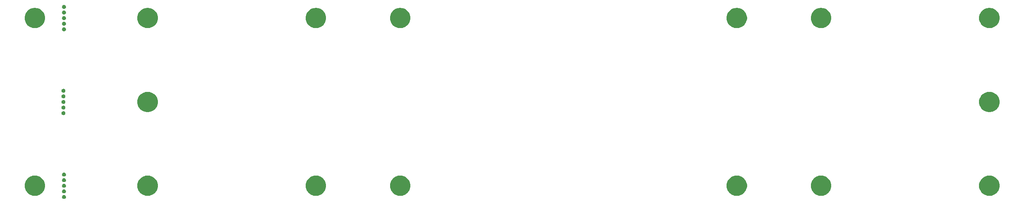
<source format=gbr>
G04 #@! TF.GenerationSoftware,KiCad,Pcbnew,(5.1.4-0)*
G04 #@! TF.CreationDate,2021-04-25T18:58:13-05:00*
G04 #@! TF.ProjectId,ori_top_plate,6f72695f-746f-4705-9f70-6c6174652e6b,rev?*
G04 #@! TF.SameCoordinates,Original*
G04 #@! TF.FileFunction,Soldermask,Bot*
G04 #@! TF.FilePolarity,Negative*
%FSLAX46Y46*%
G04 Gerber Fmt 4.6, Leading zero omitted, Abs format (unit mm)*
G04 Created by KiCad (PCBNEW (5.1.4-0)) date 2021-04-25 18:58:13*
%MOMM*%
%LPD*%
G04 APERTURE LIST*
%ADD10C,0.100000*%
G04 APERTURE END LIST*
D10*
G36*
X131355714Y-101292389D02*
G01*
X131436645Y-101325912D01*
X131509480Y-101374579D01*
X131571421Y-101436520D01*
X131620088Y-101509355D01*
X131653611Y-101590286D01*
X131670700Y-101676201D01*
X131670700Y-101763799D01*
X131653611Y-101849714D01*
X131620088Y-101930645D01*
X131571421Y-102003480D01*
X131509480Y-102065421D01*
X131436645Y-102114088D01*
X131436644Y-102114089D01*
X131436643Y-102114089D01*
X131355714Y-102147611D01*
X131269801Y-102164700D01*
X131182199Y-102164700D01*
X131096286Y-102147611D01*
X131015357Y-102114089D01*
X131015356Y-102114089D01*
X131015355Y-102114088D01*
X130942520Y-102065421D01*
X130880579Y-102003480D01*
X130831912Y-101930645D01*
X130798389Y-101849714D01*
X130781300Y-101763799D01*
X130781300Y-101676201D01*
X130798389Y-101590286D01*
X130831912Y-101509355D01*
X130880579Y-101436520D01*
X130942520Y-101374579D01*
X131015355Y-101325912D01*
X131096286Y-101292389D01*
X131182199Y-101275300D01*
X131269801Y-101275300D01*
X131355714Y-101292389D01*
X131355714Y-101292389D01*
G37*
G36*
X302548903Y-96923213D02*
G01*
X302771177Y-96967426D01*
X303189932Y-97140880D01*
X303566802Y-97392696D01*
X303887304Y-97713198D01*
X304139120Y-98090068D01*
X304312574Y-98508823D01*
X304401000Y-98953371D01*
X304401000Y-99406629D01*
X304312574Y-99851177D01*
X304139120Y-100269932D01*
X303887304Y-100646802D01*
X303566802Y-100967304D01*
X303189932Y-101219120D01*
X302771177Y-101392574D01*
X302550245Y-101436520D01*
X302326630Y-101481000D01*
X301873370Y-101481000D01*
X301649755Y-101436520D01*
X301428823Y-101392574D01*
X301010068Y-101219120D01*
X300633198Y-100967304D01*
X300312696Y-100646802D01*
X300060880Y-100269932D01*
X299887426Y-99851177D01*
X299799000Y-99406629D01*
X299799000Y-98953371D01*
X299887426Y-98508823D01*
X300060880Y-98090068D01*
X300312696Y-97713198D01*
X300633198Y-97392696D01*
X301010068Y-97140880D01*
X301428823Y-96967426D01*
X301651097Y-96923213D01*
X301873370Y-96879000D01*
X302326630Y-96879000D01*
X302548903Y-96923213D01*
X302548903Y-96923213D01*
G37*
G36*
X283548903Y-96923213D02*
G01*
X283771177Y-96967426D01*
X284189932Y-97140880D01*
X284566802Y-97392696D01*
X284887304Y-97713198D01*
X285139120Y-98090068D01*
X285312574Y-98508823D01*
X285401000Y-98953371D01*
X285401000Y-99406629D01*
X285312574Y-99851177D01*
X285139120Y-100269932D01*
X284887304Y-100646802D01*
X284566802Y-100967304D01*
X284189932Y-101219120D01*
X283771177Y-101392574D01*
X283550245Y-101436520D01*
X283326630Y-101481000D01*
X282873370Y-101481000D01*
X282649755Y-101436520D01*
X282428823Y-101392574D01*
X282010068Y-101219120D01*
X281633198Y-100967304D01*
X281312696Y-100646802D01*
X281060880Y-100269932D01*
X280887426Y-99851177D01*
X280799000Y-99406629D01*
X280799000Y-98953371D01*
X280887426Y-98508823D01*
X281060880Y-98090068D01*
X281312696Y-97713198D01*
X281633198Y-97392696D01*
X282010068Y-97140880D01*
X282428823Y-96967426D01*
X282651097Y-96923213D01*
X282873370Y-96879000D01*
X283326630Y-96879000D01*
X283548903Y-96923213D01*
X283548903Y-96923213D01*
G37*
G36*
X207548903Y-96923213D02*
G01*
X207771177Y-96967426D01*
X208189932Y-97140880D01*
X208566802Y-97392696D01*
X208887304Y-97713198D01*
X209139120Y-98090068D01*
X209312574Y-98508823D01*
X209401000Y-98953371D01*
X209401000Y-99406629D01*
X209312574Y-99851177D01*
X209139120Y-100269932D01*
X208887304Y-100646802D01*
X208566802Y-100967304D01*
X208189932Y-101219120D01*
X207771177Y-101392574D01*
X207550245Y-101436520D01*
X207326630Y-101481000D01*
X206873370Y-101481000D01*
X206649755Y-101436520D01*
X206428823Y-101392574D01*
X206010068Y-101219120D01*
X205633198Y-100967304D01*
X205312696Y-100646802D01*
X205060880Y-100269932D01*
X204887426Y-99851177D01*
X204799000Y-99406629D01*
X204799000Y-98953371D01*
X204887426Y-98508823D01*
X205060880Y-98090068D01*
X205312696Y-97713198D01*
X205633198Y-97392696D01*
X206010068Y-97140880D01*
X206428823Y-96967426D01*
X206651097Y-96923213D01*
X206873370Y-96879000D01*
X207326630Y-96879000D01*
X207548903Y-96923213D01*
X207548903Y-96923213D01*
G37*
G36*
X188548903Y-96923213D02*
G01*
X188771177Y-96967426D01*
X189189932Y-97140880D01*
X189566802Y-97392696D01*
X189887304Y-97713198D01*
X190139120Y-98090068D01*
X190312574Y-98508823D01*
X190401000Y-98953371D01*
X190401000Y-99406629D01*
X190312574Y-99851177D01*
X190139120Y-100269932D01*
X189887304Y-100646802D01*
X189566802Y-100967304D01*
X189189932Y-101219120D01*
X188771177Y-101392574D01*
X188550245Y-101436520D01*
X188326630Y-101481000D01*
X187873370Y-101481000D01*
X187649755Y-101436520D01*
X187428823Y-101392574D01*
X187010068Y-101219120D01*
X186633198Y-100967304D01*
X186312696Y-100646802D01*
X186060880Y-100269932D01*
X185887426Y-99851177D01*
X185799000Y-99406629D01*
X185799000Y-98953371D01*
X185887426Y-98508823D01*
X186060880Y-98090068D01*
X186312696Y-97713198D01*
X186633198Y-97392696D01*
X187010068Y-97140880D01*
X187428823Y-96967426D01*
X187651097Y-96923213D01*
X187873370Y-96879000D01*
X188326630Y-96879000D01*
X188548903Y-96923213D01*
X188548903Y-96923213D01*
G37*
G36*
X150548903Y-96923213D02*
G01*
X150771177Y-96967426D01*
X151189932Y-97140880D01*
X151566802Y-97392696D01*
X151887304Y-97713198D01*
X152139120Y-98090068D01*
X152312574Y-98508823D01*
X152401000Y-98953371D01*
X152401000Y-99406629D01*
X152312574Y-99851177D01*
X152139120Y-100269932D01*
X151887304Y-100646802D01*
X151566802Y-100967304D01*
X151189932Y-101219120D01*
X150771177Y-101392574D01*
X150550245Y-101436520D01*
X150326630Y-101481000D01*
X149873370Y-101481000D01*
X149649755Y-101436520D01*
X149428823Y-101392574D01*
X149010068Y-101219120D01*
X148633198Y-100967304D01*
X148312696Y-100646802D01*
X148060880Y-100269932D01*
X147887426Y-99851177D01*
X147799000Y-99406629D01*
X147799000Y-98953371D01*
X147887426Y-98508823D01*
X148060880Y-98090068D01*
X148312696Y-97713198D01*
X148633198Y-97392696D01*
X149010068Y-97140880D01*
X149428823Y-96967426D01*
X149651097Y-96923213D01*
X149873370Y-96879000D01*
X150326630Y-96879000D01*
X150548903Y-96923213D01*
X150548903Y-96923213D01*
G37*
G36*
X125088903Y-96923213D02*
G01*
X125311177Y-96967426D01*
X125729932Y-97140880D01*
X126106802Y-97392696D01*
X126427304Y-97713198D01*
X126679120Y-98090068D01*
X126852574Y-98508823D01*
X126941000Y-98953371D01*
X126941000Y-99406629D01*
X126852574Y-99851177D01*
X126679120Y-100269932D01*
X126427304Y-100646802D01*
X126106802Y-100967304D01*
X125729932Y-101219120D01*
X125311177Y-101392574D01*
X125090245Y-101436520D01*
X124866630Y-101481000D01*
X124413370Y-101481000D01*
X124189755Y-101436520D01*
X123968823Y-101392574D01*
X123550068Y-101219120D01*
X123173198Y-100967304D01*
X122852696Y-100646802D01*
X122600880Y-100269932D01*
X122427426Y-99851177D01*
X122339000Y-99406629D01*
X122339000Y-98953371D01*
X122427426Y-98508823D01*
X122600880Y-98090068D01*
X122852696Y-97713198D01*
X123173198Y-97392696D01*
X123550068Y-97140880D01*
X123968823Y-96967426D01*
X124191097Y-96923213D01*
X124413370Y-96879000D01*
X124866630Y-96879000D01*
X125088903Y-96923213D01*
X125088903Y-96923213D01*
G37*
G36*
X340548903Y-96923213D02*
G01*
X340771177Y-96967426D01*
X341189932Y-97140880D01*
X341566802Y-97392696D01*
X341887304Y-97713198D01*
X342139120Y-98090068D01*
X342312574Y-98508823D01*
X342401000Y-98953371D01*
X342401000Y-99406629D01*
X342312574Y-99851177D01*
X342139120Y-100269932D01*
X341887304Y-100646802D01*
X341566802Y-100967304D01*
X341189932Y-101219120D01*
X340771177Y-101392574D01*
X340550245Y-101436520D01*
X340326630Y-101481000D01*
X339873370Y-101481000D01*
X339649755Y-101436520D01*
X339428823Y-101392574D01*
X339010068Y-101219120D01*
X338633198Y-100967304D01*
X338312696Y-100646802D01*
X338060880Y-100269932D01*
X337887426Y-99851177D01*
X337799000Y-99406629D01*
X337799000Y-98953371D01*
X337887426Y-98508823D01*
X338060880Y-98090068D01*
X338312696Y-97713198D01*
X338633198Y-97392696D01*
X339010068Y-97140880D01*
X339428823Y-96967426D01*
X339651097Y-96923213D01*
X339873370Y-96879000D01*
X340326630Y-96879000D01*
X340548903Y-96923213D01*
X340548903Y-96923213D01*
G37*
G36*
X131355714Y-100022389D02*
G01*
X131436645Y-100055912D01*
X131509480Y-100104579D01*
X131571421Y-100166520D01*
X131571422Y-100166522D01*
X131620089Y-100239357D01*
X131653611Y-100320286D01*
X131670700Y-100406199D01*
X131670700Y-100493801D01*
X131653611Y-100579714D01*
X131625823Y-100646801D01*
X131620088Y-100660645D01*
X131571421Y-100733480D01*
X131509480Y-100795421D01*
X131436645Y-100844088D01*
X131436644Y-100844089D01*
X131436643Y-100844089D01*
X131355714Y-100877611D01*
X131269801Y-100894700D01*
X131182199Y-100894700D01*
X131096286Y-100877611D01*
X131015357Y-100844089D01*
X131015356Y-100844089D01*
X131015355Y-100844088D01*
X130942520Y-100795421D01*
X130880579Y-100733480D01*
X130831912Y-100660645D01*
X130826178Y-100646801D01*
X130798389Y-100579714D01*
X130781300Y-100493801D01*
X130781300Y-100406199D01*
X130798389Y-100320286D01*
X130831911Y-100239357D01*
X130880578Y-100166522D01*
X130880579Y-100166520D01*
X130942520Y-100104579D01*
X131015355Y-100055912D01*
X131096286Y-100022389D01*
X131182199Y-100005300D01*
X131269801Y-100005300D01*
X131355714Y-100022389D01*
X131355714Y-100022389D01*
G37*
G36*
X131355714Y-98752389D02*
G01*
X131436645Y-98785912D01*
X131509480Y-98834579D01*
X131571421Y-98896520D01*
X131620088Y-98969355D01*
X131653611Y-99050286D01*
X131670700Y-99136201D01*
X131670700Y-99223799D01*
X131653611Y-99309714D01*
X131620088Y-99390645D01*
X131571421Y-99463480D01*
X131509480Y-99525421D01*
X131436645Y-99574088D01*
X131436644Y-99574089D01*
X131436643Y-99574089D01*
X131355714Y-99607611D01*
X131269801Y-99624700D01*
X131182199Y-99624700D01*
X131096286Y-99607611D01*
X131015357Y-99574089D01*
X131015356Y-99574089D01*
X131015355Y-99574088D01*
X130942520Y-99525421D01*
X130880579Y-99463480D01*
X130831912Y-99390645D01*
X130798389Y-99309714D01*
X130781300Y-99223799D01*
X130781300Y-99136201D01*
X130798389Y-99050286D01*
X130831912Y-98969355D01*
X130880579Y-98896520D01*
X130942520Y-98834579D01*
X131015355Y-98785912D01*
X131096286Y-98752389D01*
X131182199Y-98735300D01*
X131269801Y-98735300D01*
X131355714Y-98752389D01*
X131355714Y-98752389D01*
G37*
G36*
X131355714Y-97482389D02*
G01*
X131436645Y-97515912D01*
X131509480Y-97564579D01*
X131571421Y-97626520D01*
X131571422Y-97626522D01*
X131620089Y-97699357D01*
X131653611Y-97780286D01*
X131670700Y-97866201D01*
X131670700Y-97953799D01*
X131653611Y-98039714D01*
X131620088Y-98120645D01*
X131571421Y-98193480D01*
X131509480Y-98255421D01*
X131436645Y-98304088D01*
X131436644Y-98304089D01*
X131436643Y-98304089D01*
X131355714Y-98337611D01*
X131269801Y-98354700D01*
X131182199Y-98354700D01*
X131096286Y-98337611D01*
X131015357Y-98304089D01*
X131015356Y-98304089D01*
X131015355Y-98304088D01*
X130942520Y-98255421D01*
X130880579Y-98193480D01*
X130831912Y-98120645D01*
X130798389Y-98039714D01*
X130781300Y-97953799D01*
X130781300Y-97866201D01*
X130798389Y-97780286D01*
X130831911Y-97699357D01*
X130880578Y-97626522D01*
X130880579Y-97626520D01*
X130942520Y-97564579D01*
X131015355Y-97515912D01*
X131096286Y-97482389D01*
X131182199Y-97465300D01*
X131269801Y-97465300D01*
X131355714Y-97482389D01*
X131355714Y-97482389D01*
G37*
G36*
X131355714Y-96212389D02*
G01*
X131436645Y-96245912D01*
X131509480Y-96294579D01*
X131571421Y-96356520D01*
X131620088Y-96429355D01*
X131653611Y-96510286D01*
X131670700Y-96596201D01*
X131670700Y-96683799D01*
X131653611Y-96769714D01*
X131620088Y-96850645D01*
X131571421Y-96923480D01*
X131509480Y-96985421D01*
X131436645Y-97034088D01*
X131436644Y-97034089D01*
X131436643Y-97034089D01*
X131355714Y-97067611D01*
X131269801Y-97084700D01*
X131182199Y-97084700D01*
X131096286Y-97067611D01*
X131015357Y-97034089D01*
X131015356Y-97034089D01*
X131015355Y-97034088D01*
X130942520Y-96985421D01*
X130880579Y-96923480D01*
X130831912Y-96850645D01*
X130798389Y-96769714D01*
X130781300Y-96683799D01*
X130781300Y-96596201D01*
X130798389Y-96510286D01*
X130831912Y-96429355D01*
X130880579Y-96356520D01*
X130942520Y-96294579D01*
X131015355Y-96245912D01*
X131096286Y-96212389D01*
X131182199Y-96195300D01*
X131269801Y-96195300D01*
X131355714Y-96212389D01*
X131355714Y-96212389D01*
G37*
G36*
X131229714Y-82292389D02*
G01*
X131310645Y-82325912D01*
X131383480Y-82374579D01*
X131445421Y-82436520D01*
X131494088Y-82509355D01*
X131527611Y-82590286D01*
X131544700Y-82676201D01*
X131544700Y-82763799D01*
X131527611Y-82849714D01*
X131494088Y-82930645D01*
X131445421Y-83003480D01*
X131383480Y-83065421D01*
X131310645Y-83114088D01*
X131310644Y-83114089D01*
X131310643Y-83114089D01*
X131229714Y-83147611D01*
X131143801Y-83164700D01*
X131056199Y-83164700D01*
X130970286Y-83147611D01*
X130889357Y-83114089D01*
X130889356Y-83114089D01*
X130889355Y-83114088D01*
X130816520Y-83065421D01*
X130754579Y-83003480D01*
X130705912Y-82930645D01*
X130672389Y-82849714D01*
X130655300Y-82763799D01*
X130655300Y-82676201D01*
X130672389Y-82590286D01*
X130705912Y-82509355D01*
X130754579Y-82436520D01*
X130816520Y-82374579D01*
X130889355Y-82325912D01*
X130970286Y-82292389D01*
X131056199Y-82275300D01*
X131143801Y-82275300D01*
X131229714Y-82292389D01*
X131229714Y-82292389D01*
G37*
G36*
X150548903Y-77923213D02*
G01*
X150771177Y-77967426D01*
X151189932Y-78140880D01*
X151566802Y-78392696D01*
X151887304Y-78713198D01*
X152139120Y-79090068D01*
X152312574Y-79508823D01*
X152401000Y-79953371D01*
X152401000Y-80406629D01*
X152312574Y-80851177D01*
X152139120Y-81269932D01*
X151887304Y-81646802D01*
X151566802Y-81967304D01*
X151189932Y-82219120D01*
X150771177Y-82392574D01*
X150550245Y-82436520D01*
X150326630Y-82481000D01*
X149873370Y-82481000D01*
X149649755Y-82436520D01*
X149428823Y-82392574D01*
X149010068Y-82219120D01*
X148633198Y-81967304D01*
X148312696Y-81646802D01*
X148060880Y-81269932D01*
X147887426Y-80851177D01*
X147799000Y-80406629D01*
X147799000Y-79953371D01*
X147887426Y-79508823D01*
X148060880Y-79090068D01*
X148312696Y-78713198D01*
X148633198Y-78392696D01*
X149010068Y-78140880D01*
X149428823Y-77967426D01*
X149651097Y-77923213D01*
X149873370Y-77879000D01*
X150326630Y-77879000D01*
X150548903Y-77923213D01*
X150548903Y-77923213D01*
G37*
G36*
X340548903Y-77923213D02*
G01*
X340771177Y-77967426D01*
X341189932Y-78140880D01*
X341566802Y-78392696D01*
X341887304Y-78713198D01*
X342139120Y-79090068D01*
X342312574Y-79508823D01*
X342401000Y-79953371D01*
X342401000Y-80406629D01*
X342312574Y-80851177D01*
X342139120Y-81269932D01*
X341887304Y-81646802D01*
X341566802Y-81967304D01*
X341189932Y-82219120D01*
X340771177Y-82392574D01*
X340550245Y-82436520D01*
X340326630Y-82481000D01*
X339873370Y-82481000D01*
X339649755Y-82436520D01*
X339428823Y-82392574D01*
X339010068Y-82219120D01*
X338633198Y-81967304D01*
X338312696Y-81646802D01*
X338060880Y-81269932D01*
X337887426Y-80851177D01*
X337799000Y-80406629D01*
X337799000Y-79953371D01*
X337887426Y-79508823D01*
X338060880Y-79090068D01*
X338312696Y-78713198D01*
X338633198Y-78392696D01*
X339010068Y-78140880D01*
X339428823Y-77967426D01*
X339651097Y-77923213D01*
X339873370Y-77879000D01*
X340326630Y-77879000D01*
X340548903Y-77923213D01*
X340548903Y-77923213D01*
G37*
G36*
X131229714Y-81022389D02*
G01*
X131310645Y-81055912D01*
X131383480Y-81104579D01*
X131445421Y-81166520D01*
X131445422Y-81166522D01*
X131494089Y-81239357D01*
X131527611Y-81320286D01*
X131544700Y-81406199D01*
X131544700Y-81493801D01*
X131527611Y-81579714D01*
X131499823Y-81646801D01*
X131494088Y-81660645D01*
X131445421Y-81733480D01*
X131383480Y-81795421D01*
X131310645Y-81844088D01*
X131310644Y-81844089D01*
X131310643Y-81844089D01*
X131229714Y-81877611D01*
X131143801Y-81894700D01*
X131056199Y-81894700D01*
X130970286Y-81877611D01*
X130889357Y-81844089D01*
X130889356Y-81844089D01*
X130889355Y-81844088D01*
X130816520Y-81795421D01*
X130754579Y-81733480D01*
X130705912Y-81660645D01*
X130700178Y-81646801D01*
X130672389Y-81579714D01*
X130655300Y-81493801D01*
X130655300Y-81406199D01*
X130672389Y-81320286D01*
X130705911Y-81239357D01*
X130754578Y-81166522D01*
X130754579Y-81166520D01*
X130816520Y-81104579D01*
X130889355Y-81055912D01*
X130970286Y-81022389D01*
X131056199Y-81005300D01*
X131143801Y-81005300D01*
X131229714Y-81022389D01*
X131229714Y-81022389D01*
G37*
G36*
X131229714Y-79752389D02*
G01*
X131310645Y-79785912D01*
X131383480Y-79834579D01*
X131445421Y-79896520D01*
X131494088Y-79969355D01*
X131527611Y-80050286D01*
X131544700Y-80136201D01*
X131544700Y-80223799D01*
X131527611Y-80309714D01*
X131494088Y-80390645D01*
X131445421Y-80463480D01*
X131383480Y-80525421D01*
X131310645Y-80574088D01*
X131310644Y-80574089D01*
X131310643Y-80574089D01*
X131229714Y-80607611D01*
X131143801Y-80624700D01*
X131056199Y-80624700D01*
X130970286Y-80607611D01*
X130889357Y-80574089D01*
X130889356Y-80574089D01*
X130889355Y-80574088D01*
X130816520Y-80525421D01*
X130754579Y-80463480D01*
X130705912Y-80390645D01*
X130672389Y-80309714D01*
X130655300Y-80223799D01*
X130655300Y-80136201D01*
X130672389Y-80050286D01*
X130705912Y-79969355D01*
X130754579Y-79896520D01*
X130816520Y-79834579D01*
X130889355Y-79785912D01*
X130970286Y-79752389D01*
X131056199Y-79735300D01*
X131143801Y-79735300D01*
X131229714Y-79752389D01*
X131229714Y-79752389D01*
G37*
G36*
X131229714Y-78482389D02*
G01*
X131310645Y-78515912D01*
X131383480Y-78564579D01*
X131445421Y-78626520D01*
X131445422Y-78626522D01*
X131494089Y-78699357D01*
X131527611Y-78780286D01*
X131544700Y-78866201D01*
X131544700Y-78953799D01*
X131527611Y-79039714D01*
X131494088Y-79120645D01*
X131445421Y-79193480D01*
X131383480Y-79255421D01*
X131310645Y-79304088D01*
X131310644Y-79304089D01*
X131310643Y-79304089D01*
X131229714Y-79337611D01*
X131143801Y-79354700D01*
X131056199Y-79354700D01*
X130970286Y-79337611D01*
X130889357Y-79304089D01*
X130889356Y-79304089D01*
X130889355Y-79304088D01*
X130816520Y-79255421D01*
X130754579Y-79193480D01*
X130705912Y-79120645D01*
X130672389Y-79039714D01*
X130655300Y-78953799D01*
X130655300Y-78866201D01*
X130672389Y-78780286D01*
X130705911Y-78699357D01*
X130754578Y-78626522D01*
X130754579Y-78626520D01*
X130816520Y-78564579D01*
X130889355Y-78515912D01*
X130970286Y-78482389D01*
X131056199Y-78465300D01*
X131143801Y-78465300D01*
X131229714Y-78482389D01*
X131229714Y-78482389D01*
G37*
G36*
X131229714Y-77212389D02*
G01*
X131310645Y-77245912D01*
X131383480Y-77294579D01*
X131445421Y-77356520D01*
X131494088Y-77429355D01*
X131527611Y-77510286D01*
X131544700Y-77596201D01*
X131544700Y-77683799D01*
X131527611Y-77769714D01*
X131494088Y-77850645D01*
X131445421Y-77923480D01*
X131383480Y-77985421D01*
X131310645Y-78034088D01*
X131310644Y-78034089D01*
X131310643Y-78034089D01*
X131229714Y-78067611D01*
X131143801Y-78084700D01*
X131056199Y-78084700D01*
X130970286Y-78067611D01*
X130889357Y-78034089D01*
X130889356Y-78034089D01*
X130889355Y-78034088D01*
X130816520Y-77985421D01*
X130754579Y-77923480D01*
X130705912Y-77850645D01*
X130672389Y-77769714D01*
X130655300Y-77683799D01*
X130655300Y-77596201D01*
X130672389Y-77510286D01*
X130705912Y-77429355D01*
X130754579Y-77356520D01*
X130816520Y-77294579D01*
X130889355Y-77245912D01*
X130970286Y-77212389D01*
X131056199Y-77195300D01*
X131143801Y-77195300D01*
X131229714Y-77212389D01*
X131229714Y-77212389D01*
G37*
G36*
X131355714Y-63292389D02*
G01*
X131436645Y-63325912D01*
X131509480Y-63374579D01*
X131571421Y-63436520D01*
X131620088Y-63509355D01*
X131653611Y-63590286D01*
X131670700Y-63676201D01*
X131670700Y-63763799D01*
X131653611Y-63849714D01*
X131620088Y-63930645D01*
X131571421Y-64003480D01*
X131509480Y-64065421D01*
X131436645Y-64114088D01*
X131436644Y-64114089D01*
X131436643Y-64114089D01*
X131355714Y-64147611D01*
X131269801Y-64164700D01*
X131182199Y-64164700D01*
X131096286Y-64147611D01*
X131015357Y-64114089D01*
X131015356Y-64114089D01*
X131015355Y-64114088D01*
X130942520Y-64065421D01*
X130880579Y-64003480D01*
X130831912Y-63930645D01*
X130798389Y-63849714D01*
X130781300Y-63763799D01*
X130781300Y-63676201D01*
X130798389Y-63590286D01*
X130831912Y-63509355D01*
X130880579Y-63436520D01*
X130942520Y-63374579D01*
X131015355Y-63325912D01*
X131096286Y-63292389D01*
X131182199Y-63275300D01*
X131269801Y-63275300D01*
X131355714Y-63292389D01*
X131355714Y-63292389D01*
G37*
G36*
X125088903Y-58923213D02*
G01*
X125311177Y-58967426D01*
X125729932Y-59140880D01*
X126106802Y-59392696D01*
X126427304Y-59713198D01*
X126679120Y-60090068D01*
X126852574Y-60508823D01*
X126941000Y-60953371D01*
X126941000Y-61406629D01*
X126852574Y-61851177D01*
X126679120Y-62269932D01*
X126427304Y-62646802D01*
X126106802Y-62967304D01*
X125729932Y-63219120D01*
X125311177Y-63392574D01*
X125090245Y-63436520D01*
X124866630Y-63481000D01*
X124413370Y-63481000D01*
X124189755Y-63436520D01*
X123968823Y-63392574D01*
X123550068Y-63219120D01*
X123173198Y-62967304D01*
X122852696Y-62646802D01*
X122600880Y-62269932D01*
X122427426Y-61851177D01*
X122339000Y-61406629D01*
X122339000Y-60953371D01*
X122427426Y-60508823D01*
X122600880Y-60090068D01*
X122852696Y-59713198D01*
X123173198Y-59392696D01*
X123550068Y-59140880D01*
X123968823Y-58967426D01*
X124191097Y-58923213D01*
X124413370Y-58879000D01*
X124866630Y-58879000D01*
X125088903Y-58923213D01*
X125088903Y-58923213D01*
G37*
G36*
X150548903Y-58923213D02*
G01*
X150771177Y-58967426D01*
X151189932Y-59140880D01*
X151566802Y-59392696D01*
X151887304Y-59713198D01*
X152139120Y-60090068D01*
X152312574Y-60508823D01*
X152401000Y-60953371D01*
X152401000Y-61406629D01*
X152312574Y-61851177D01*
X152139120Y-62269932D01*
X151887304Y-62646802D01*
X151566802Y-62967304D01*
X151189932Y-63219120D01*
X150771177Y-63392574D01*
X150550245Y-63436520D01*
X150326630Y-63481000D01*
X149873370Y-63481000D01*
X149649755Y-63436520D01*
X149428823Y-63392574D01*
X149010068Y-63219120D01*
X148633198Y-62967304D01*
X148312696Y-62646802D01*
X148060880Y-62269932D01*
X147887426Y-61851177D01*
X147799000Y-61406629D01*
X147799000Y-60953371D01*
X147887426Y-60508823D01*
X148060880Y-60090068D01*
X148312696Y-59713198D01*
X148633198Y-59392696D01*
X149010068Y-59140880D01*
X149428823Y-58967426D01*
X149651097Y-58923213D01*
X149873370Y-58879000D01*
X150326630Y-58879000D01*
X150548903Y-58923213D01*
X150548903Y-58923213D01*
G37*
G36*
X188548903Y-58923213D02*
G01*
X188771177Y-58967426D01*
X189189932Y-59140880D01*
X189566802Y-59392696D01*
X189887304Y-59713198D01*
X190139120Y-60090068D01*
X190312574Y-60508823D01*
X190401000Y-60953371D01*
X190401000Y-61406629D01*
X190312574Y-61851177D01*
X190139120Y-62269932D01*
X189887304Y-62646802D01*
X189566802Y-62967304D01*
X189189932Y-63219120D01*
X188771177Y-63392574D01*
X188550245Y-63436520D01*
X188326630Y-63481000D01*
X187873370Y-63481000D01*
X187649755Y-63436520D01*
X187428823Y-63392574D01*
X187010068Y-63219120D01*
X186633198Y-62967304D01*
X186312696Y-62646802D01*
X186060880Y-62269932D01*
X185887426Y-61851177D01*
X185799000Y-61406629D01*
X185799000Y-60953371D01*
X185887426Y-60508823D01*
X186060880Y-60090068D01*
X186312696Y-59713198D01*
X186633198Y-59392696D01*
X187010068Y-59140880D01*
X187428823Y-58967426D01*
X187651097Y-58923213D01*
X187873370Y-58879000D01*
X188326630Y-58879000D01*
X188548903Y-58923213D01*
X188548903Y-58923213D01*
G37*
G36*
X302548903Y-58923213D02*
G01*
X302771177Y-58967426D01*
X303189932Y-59140880D01*
X303566802Y-59392696D01*
X303887304Y-59713198D01*
X304139120Y-60090068D01*
X304312574Y-60508823D01*
X304401000Y-60953371D01*
X304401000Y-61406629D01*
X304312574Y-61851177D01*
X304139120Y-62269932D01*
X303887304Y-62646802D01*
X303566802Y-62967304D01*
X303189932Y-63219120D01*
X302771177Y-63392574D01*
X302550245Y-63436520D01*
X302326630Y-63481000D01*
X301873370Y-63481000D01*
X301649755Y-63436520D01*
X301428823Y-63392574D01*
X301010068Y-63219120D01*
X300633198Y-62967304D01*
X300312696Y-62646802D01*
X300060880Y-62269932D01*
X299887426Y-61851177D01*
X299799000Y-61406629D01*
X299799000Y-60953371D01*
X299887426Y-60508823D01*
X300060880Y-60090068D01*
X300312696Y-59713198D01*
X300633198Y-59392696D01*
X301010068Y-59140880D01*
X301428823Y-58967426D01*
X301651097Y-58923213D01*
X301873370Y-58879000D01*
X302326630Y-58879000D01*
X302548903Y-58923213D01*
X302548903Y-58923213D01*
G37*
G36*
X207548903Y-58923213D02*
G01*
X207771177Y-58967426D01*
X208189932Y-59140880D01*
X208566802Y-59392696D01*
X208887304Y-59713198D01*
X209139120Y-60090068D01*
X209312574Y-60508823D01*
X209401000Y-60953371D01*
X209401000Y-61406629D01*
X209312574Y-61851177D01*
X209139120Y-62269932D01*
X208887304Y-62646802D01*
X208566802Y-62967304D01*
X208189932Y-63219120D01*
X207771177Y-63392574D01*
X207550245Y-63436520D01*
X207326630Y-63481000D01*
X206873370Y-63481000D01*
X206649755Y-63436520D01*
X206428823Y-63392574D01*
X206010068Y-63219120D01*
X205633198Y-62967304D01*
X205312696Y-62646802D01*
X205060880Y-62269932D01*
X204887426Y-61851177D01*
X204799000Y-61406629D01*
X204799000Y-60953371D01*
X204887426Y-60508823D01*
X205060880Y-60090068D01*
X205312696Y-59713198D01*
X205633198Y-59392696D01*
X206010068Y-59140880D01*
X206428823Y-58967426D01*
X206651097Y-58923213D01*
X206873370Y-58879000D01*
X207326630Y-58879000D01*
X207548903Y-58923213D01*
X207548903Y-58923213D01*
G37*
G36*
X283548903Y-58923213D02*
G01*
X283771177Y-58967426D01*
X284189932Y-59140880D01*
X284566802Y-59392696D01*
X284887304Y-59713198D01*
X285139120Y-60090068D01*
X285312574Y-60508823D01*
X285401000Y-60953371D01*
X285401000Y-61406629D01*
X285312574Y-61851177D01*
X285139120Y-62269932D01*
X284887304Y-62646802D01*
X284566802Y-62967304D01*
X284189932Y-63219120D01*
X283771177Y-63392574D01*
X283550245Y-63436520D01*
X283326630Y-63481000D01*
X282873370Y-63481000D01*
X282649755Y-63436520D01*
X282428823Y-63392574D01*
X282010068Y-63219120D01*
X281633198Y-62967304D01*
X281312696Y-62646802D01*
X281060880Y-62269932D01*
X280887426Y-61851177D01*
X280799000Y-61406629D01*
X280799000Y-60953371D01*
X280887426Y-60508823D01*
X281060880Y-60090068D01*
X281312696Y-59713198D01*
X281633198Y-59392696D01*
X282010068Y-59140880D01*
X282428823Y-58967426D01*
X282651097Y-58923213D01*
X282873370Y-58879000D01*
X283326630Y-58879000D01*
X283548903Y-58923213D01*
X283548903Y-58923213D01*
G37*
G36*
X340548903Y-58923213D02*
G01*
X340771177Y-58967426D01*
X341189932Y-59140880D01*
X341566802Y-59392696D01*
X341887304Y-59713198D01*
X342139120Y-60090068D01*
X342312574Y-60508823D01*
X342401000Y-60953371D01*
X342401000Y-61406629D01*
X342312574Y-61851177D01*
X342139120Y-62269932D01*
X341887304Y-62646802D01*
X341566802Y-62967304D01*
X341189932Y-63219120D01*
X340771177Y-63392574D01*
X340550245Y-63436520D01*
X340326630Y-63481000D01*
X339873370Y-63481000D01*
X339649755Y-63436520D01*
X339428823Y-63392574D01*
X339010068Y-63219120D01*
X338633198Y-62967304D01*
X338312696Y-62646802D01*
X338060880Y-62269932D01*
X337887426Y-61851177D01*
X337799000Y-61406629D01*
X337799000Y-60953371D01*
X337887426Y-60508823D01*
X338060880Y-60090068D01*
X338312696Y-59713198D01*
X338633198Y-59392696D01*
X339010068Y-59140880D01*
X339428823Y-58967426D01*
X339651097Y-58923213D01*
X339873370Y-58879000D01*
X340326630Y-58879000D01*
X340548903Y-58923213D01*
X340548903Y-58923213D01*
G37*
G36*
X131355714Y-62022389D02*
G01*
X131436645Y-62055912D01*
X131509480Y-62104579D01*
X131571421Y-62166520D01*
X131571422Y-62166522D01*
X131620089Y-62239357D01*
X131653611Y-62320286D01*
X131670700Y-62406199D01*
X131670700Y-62493801D01*
X131653611Y-62579714D01*
X131625823Y-62646801D01*
X131620088Y-62660645D01*
X131571421Y-62733480D01*
X131509480Y-62795421D01*
X131436645Y-62844088D01*
X131436644Y-62844089D01*
X131436643Y-62844089D01*
X131355714Y-62877611D01*
X131269801Y-62894700D01*
X131182199Y-62894700D01*
X131096286Y-62877611D01*
X131015357Y-62844089D01*
X131015356Y-62844089D01*
X131015355Y-62844088D01*
X130942520Y-62795421D01*
X130880579Y-62733480D01*
X130831912Y-62660645D01*
X130826178Y-62646801D01*
X130798389Y-62579714D01*
X130781300Y-62493801D01*
X130781300Y-62406199D01*
X130798389Y-62320286D01*
X130831911Y-62239357D01*
X130880578Y-62166522D01*
X130880579Y-62166520D01*
X130942520Y-62104579D01*
X131015355Y-62055912D01*
X131096286Y-62022389D01*
X131182199Y-62005300D01*
X131269801Y-62005300D01*
X131355714Y-62022389D01*
X131355714Y-62022389D01*
G37*
G36*
X131355714Y-60752389D02*
G01*
X131436645Y-60785912D01*
X131509480Y-60834579D01*
X131571421Y-60896520D01*
X131620088Y-60969355D01*
X131653611Y-61050286D01*
X131670700Y-61136201D01*
X131670700Y-61223799D01*
X131653611Y-61309714D01*
X131620088Y-61390645D01*
X131571421Y-61463480D01*
X131509480Y-61525421D01*
X131436645Y-61574088D01*
X131436644Y-61574089D01*
X131436643Y-61574089D01*
X131355714Y-61607611D01*
X131269801Y-61624700D01*
X131182199Y-61624700D01*
X131096286Y-61607611D01*
X131015357Y-61574089D01*
X131015356Y-61574089D01*
X131015355Y-61574088D01*
X130942520Y-61525421D01*
X130880579Y-61463480D01*
X130831912Y-61390645D01*
X130798389Y-61309714D01*
X130781300Y-61223799D01*
X130781300Y-61136201D01*
X130798389Y-61050286D01*
X130831912Y-60969355D01*
X130880579Y-60896520D01*
X130942520Y-60834579D01*
X131015355Y-60785912D01*
X131096286Y-60752389D01*
X131182199Y-60735300D01*
X131269801Y-60735300D01*
X131355714Y-60752389D01*
X131355714Y-60752389D01*
G37*
G36*
X131355714Y-59482389D02*
G01*
X131436645Y-59515912D01*
X131509480Y-59564579D01*
X131571421Y-59626520D01*
X131571422Y-59626522D01*
X131620089Y-59699357D01*
X131653611Y-59780286D01*
X131670700Y-59866201D01*
X131670700Y-59953799D01*
X131653611Y-60039714D01*
X131620088Y-60120645D01*
X131571421Y-60193480D01*
X131509480Y-60255421D01*
X131436645Y-60304088D01*
X131436644Y-60304089D01*
X131436643Y-60304089D01*
X131355714Y-60337611D01*
X131269801Y-60354700D01*
X131182199Y-60354700D01*
X131096286Y-60337611D01*
X131015357Y-60304089D01*
X131015356Y-60304089D01*
X131015355Y-60304088D01*
X130942520Y-60255421D01*
X130880579Y-60193480D01*
X130831912Y-60120645D01*
X130798389Y-60039714D01*
X130781300Y-59953799D01*
X130781300Y-59866201D01*
X130798389Y-59780286D01*
X130831911Y-59699357D01*
X130880578Y-59626522D01*
X130880579Y-59626520D01*
X130942520Y-59564579D01*
X131015355Y-59515912D01*
X131096286Y-59482389D01*
X131182199Y-59465300D01*
X131269801Y-59465300D01*
X131355714Y-59482389D01*
X131355714Y-59482389D01*
G37*
G36*
X131355714Y-58212389D02*
G01*
X131436645Y-58245912D01*
X131509480Y-58294579D01*
X131571421Y-58356520D01*
X131620088Y-58429355D01*
X131653611Y-58510286D01*
X131670700Y-58596201D01*
X131670700Y-58683799D01*
X131653611Y-58769714D01*
X131620088Y-58850645D01*
X131571421Y-58923480D01*
X131509480Y-58985421D01*
X131436645Y-59034088D01*
X131436644Y-59034089D01*
X131436643Y-59034089D01*
X131355714Y-59067611D01*
X131269801Y-59084700D01*
X131182199Y-59084700D01*
X131096286Y-59067611D01*
X131015357Y-59034089D01*
X131015356Y-59034089D01*
X131015355Y-59034088D01*
X130942520Y-58985421D01*
X130880579Y-58923480D01*
X130831912Y-58850645D01*
X130798389Y-58769714D01*
X130781300Y-58683799D01*
X130781300Y-58596201D01*
X130798389Y-58510286D01*
X130831912Y-58429355D01*
X130880579Y-58356520D01*
X130942520Y-58294579D01*
X131015355Y-58245912D01*
X131096286Y-58212389D01*
X131182199Y-58195300D01*
X131269801Y-58195300D01*
X131355714Y-58212389D01*
X131355714Y-58212389D01*
G37*
M02*

</source>
